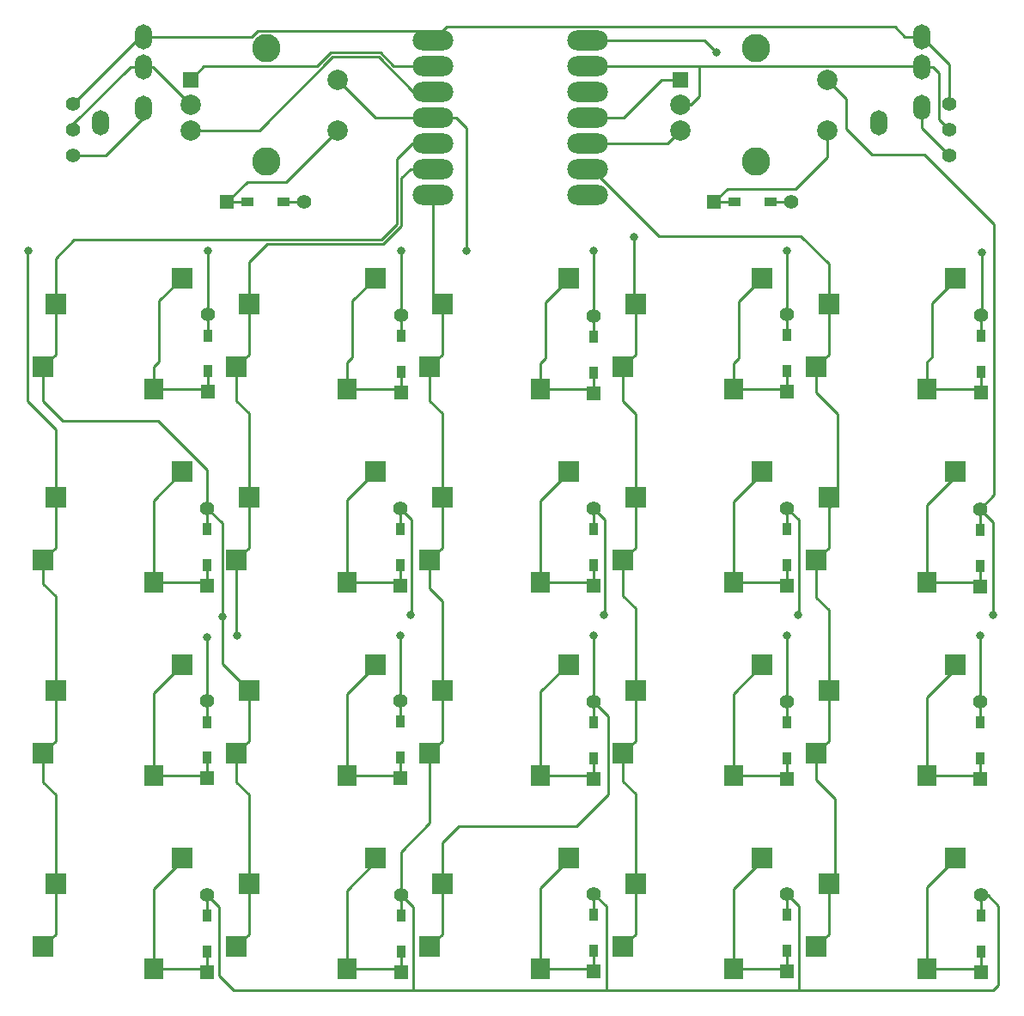
<source format=gbr>
G04 #@! TF.GenerationSoftware,KiCad,Pcbnew,(5.1.6-0-10_14)*
G04 #@! TF.CreationDate,2022-08-26T17:56:11+09:00*
G04 #@! TF.ProjectId,cool640xiao,636f6f6c-3634-4307-9869-616f2e6b6963,rev?*
G04 #@! TF.SameCoordinates,Original*
G04 #@! TF.FileFunction,Copper,L2,Bot*
G04 #@! TF.FilePolarity,Positive*
%FSLAX46Y46*%
G04 Gerber Fmt 4.6, Leading zero omitted, Abs format (unit mm)*
G04 Created by KiCad (PCBNEW (5.1.6-0-10_14)) date 2022-08-26 17:56:11*
%MOMM*%
%LPD*%
G01*
G04 APERTURE LIST*
G04 #@! TA.AperFunction,ComponentPad*
%ADD10O,1.700000X2.500000*%
G04 #@! TD*
G04 #@! TA.AperFunction,SMDPad,CuDef*
%ADD11R,2.000000X2.000000*%
G04 #@! TD*
G04 #@! TA.AperFunction,SMDPad,CuDef*
%ADD12R,1.900000X2.000000*%
G04 #@! TD*
G04 #@! TA.AperFunction,ComponentPad*
%ADD13C,1.397000*%
G04 #@! TD*
G04 #@! TA.AperFunction,ComponentPad*
%ADD14R,1.397000X1.397000*%
G04 #@! TD*
G04 #@! TA.AperFunction,SMDPad,CuDef*
%ADD15R,0.950000X1.300000*%
G04 #@! TD*
G04 #@! TA.AperFunction,ComponentPad*
%ADD16R,1.500000X1.500000*%
G04 #@! TD*
G04 #@! TA.AperFunction,ComponentPad*
%ADD17C,2.000000*%
G04 #@! TD*
G04 #@! TA.AperFunction,ComponentPad*
%ADD18C,2.800000*%
G04 #@! TD*
G04 #@! TA.AperFunction,ComponentPad*
%ADD19O,4.000000X2.000000*%
G04 #@! TD*
G04 #@! TA.AperFunction,SMDPad,CuDef*
%ADD20R,1.300000X0.950000*%
G04 #@! TD*
G04 #@! TA.AperFunction,ViaPad*
%ADD21C,0.800000*%
G04 #@! TD*
G04 #@! TA.AperFunction,Conductor*
%ADD22C,0.250000*%
G04 #@! TD*
G04 APERTURE END LIST*
D10*
X-2460000Y20350000D03*
X1740000Y21850000D03*
X1740000Y25850000D03*
X1740000Y28850000D03*
D11*
X49050000Y-22750000D03*
D12*
X59950000Y-24950000D03*
D11*
X50250000Y-16510000D03*
X62750000Y-13970000D03*
X30000000Y-22750000D03*
D12*
X40900000Y-24950000D03*
D11*
X31200000Y-16510000D03*
X43700000Y-13970000D03*
X10950000Y-22750000D03*
D12*
X21850000Y-24950000D03*
D11*
X12150000Y-16510000D03*
X24650000Y-13970000D03*
D13*
X84290000Y-55780000D03*
D14*
X84290000Y-63400000D03*
D15*
X84290000Y-61365000D03*
X84290000Y-57815000D03*
D11*
X30000000Y-41800000D03*
D12*
X40900000Y-44000000D03*
D11*
X31200000Y-35560000D03*
X43700000Y-33020000D03*
X10950000Y-41800000D03*
D12*
X21850000Y-44000000D03*
D11*
X12150000Y-35560000D03*
X24650000Y-33020000D03*
X49050000Y-41800000D03*
D12*
X59950000Y-44000000D03*
D11*
X50250000Y-35560000D03*
X62750000Y-33020000D03*
D13*
X27160000Y1410000D03*
D14*
X27160000Y-6210000D03*
D15*
X27160000Y-4175000D03*
X27160000Y-625000D03*
D13*
X8110000Y1450000D03*
D14*
X8110000Y-6170000D03*
D15*
X8110000Y-4135000D03*
X8110000Y-585000D03*
D13*
X65230000Y1480000D03*
D14*
X65230000Y-6140000D03*
D15*
X65230000Y-4105000D03*
X65230000Y-555000D03*
D13*
X46120000Y1360000D03*
D14*
X46120000Y-6260000D03*
D15*
X46120000Y-4225000D03*
X46120000Y-675000D03*
D13*
X84300000Y1420000D03*
D14*
X84300000Y-6200000D03*
D15*
X84300000Y-4165000D03*
X84300000Y-615000D03*
D13*
X84200000Y-17690000D03*
D14*
X84200000Y-25310000D03*
D15*
X84200000Y-23275000D03*
X84200000Y-19725000D03*
D13*
X65220000Y-17610000D03*
D14*
X65220000Y-25230000D03*
D15*
X65220000Y-23195000D03*
X65220000Y-19645000D03*
D13*
X46140000Y-17660000D03*
D14*
X46140000Y-25280000D03*
D15*
X46140000Y-23245000D03*
X46140000Y-19695000D03*
D13*
X27090000Y-17620000D03*
D14*
X27090000Y-25240000D03*
D15*
X27090000Y-23205000D03*
X27090000Y-19655000D03*
D13*
X8070000Y-17620000D03*
D14*
X8070000Y-25240000D03*
D15*
X8070000Y-23205000D03*
X8070000Y-19655000D03*
D11*
X49050000Y-3700000D03*
D12*
X59950000Y-5900000D03*
D11*
X50250000Y2540000D03*
X62750000Y5080000D03*
X30000000Y-3700000D03*
D12*
X40900000Y-5900000D03*
D11*
X31200000Y2540000D03*
X43700000Y5080000D03*
X10950000Y-3700000D03*
D12*
X21850000Y-5900000D03*
D11*
X12150000Y2540000D03*
X24650000Y5080000D03*
D13*
X65210000Y-55680000D03*
D14*
X65210000Y-63300000D03*
D15*
X65210000Y-61265000D03*
X65210000Y-57715000D03*
D13*
X46160000Y-55650000D03*
D14*
X46160000Y-63270000D03*
D15*
X46160000Y-61235000D03*
X46160000Y-57685000D03*
D13*
X27150000Y-55720000D03*
D14*
X27150000Y-63340000D03*
D15*
X27150000Y-61305000D03*
X27150000Y-57755000D03*
D13*
X8050000Y-55740000D03*
D14*
X8050000Y-63360000D03*
D15*
X8050000Y-61325000D03*
X8050000Y-57775000D03*
D13*
X84220000Y-36690000D03*
D14*
X84220000Y-44310000D03*
D15*
X84220000Y-42275000D03*
X84220000Y-38725000D03*
D13*
X65170000Y-36710000D03*
D14*
X65170000Y-44330000D03*
D15*
X65170000Y-42295000D03*
X65170000Y-38745000D03*
D13*
X46150000Y-36700000D03*
D14*
X46150000Y-44320000D03*
D15*
X46150000Y-42285000D03*
X46150000Y-38735000D03*
D13*
X27060000Y-36640000D03*
D14*
X27060000Y-44260000D03*
D15*
X27060000Y-42225000D03*
X27060000Y-38675000D03*
D13*
X8030000Y-36650000D03*
D14*
X8030000Y-44270000D03*
D15*
X8030000Y-42235000D03*
X8030000Y-38685000D03*
D10*
X78490000Y28860000D03*
X78490000Y25860000D03*
X78490000Y21860000D03*
X74290000Y20360000D03*
D11*
X68100000Y-22750000D03*
D12*
X79000000Y-24950000D03*
D11*
X69300000Y-16510000D03*
X81800000Y-13970000D03*
X-8100000Y-41800000D03*
D12*
X2800000Y-44000000D03*
D11*
X-6900000Y-35560000D03*
X5600000Y-33020000D03*
X10950000Y-60850000D03*
D12*
X21850000Y-63050000D03*
D11*
X12150000Y-54610000D03*
X24650000Y-52070000D03*
X68100000Y-60850000D03*
D12*
X79000000Y-63050000D03*
D11*
X69300000Y-54610000D03*
X81800000Y-52070000D03*
X49050000Y-60850000D03*
D12*
X59950000Y-63050000D03*
D11*
X50250000Y-54610000D03*
X62750000Y-52070000D03*
X-8100000Y-60850000D03*
D12*
X2800000Y-63050000D03*
D11*
X-6900000Y-54610000D03*
X5600000Y-52070000D03*
X68100000Y-41800000D03*
D12*
X79000000Y-44000000D03*
D11*
X69300000Y-35560000D03*
X81800000Y-33020000D03*
X68100000Y-3700000D03*
D12*
X79000000Y-5900000D03*
D11*
X69300000Y2540000D03*
X81800000Y5080000D03*
X-8100000Y-3700000D03*
D12*
X2800000Y-5900000D03*
D11*
X-6900000Y2540000D03*
X5600000Y5080000D03*
X-8100000Y-22750000D03*
D12*
X2800000Y-24950000D03*
D11*
X-6900000Y-16510000D03*
X5600000Y-13970000D03*
X30000000Y-60850000D03*
D12*
X40900000Y-63050000D03*
D11*
X31200000Y-54610000D03*
X43700000Y-52070000D03*
D16*
X6400000Y24640000D03*
D17*
X6400000Y22140000D03*
X6400000Y19640000D03*
D18*
X13900000Y27740000D03*
X13900000Y16540000D03*
D17*
X20900000Y24640000D03*
X20900000Y19640000D03*
X69150000Y19640000D03*
X69150000Y24640000D03*
D18*
X62150000Y16540000D03*
X62150000Y27740000D03*
D17*
X54650000Y19640000D03*
X54650000Y22140000D03*
D16*
X54650000Y24640000D03*
D19*
X45580000Y23450000D03*
X45580000Y20910000D03*
X45580000Y18370000D03*
X45580000Y15830000D03*
X45580000Y13290000D03*
X30340000Y13290000D03*
X30340000Y15830000D03*
X30340000Y18370000D03*
X30340000Y20910000D03*
X30340000Y23450000D03*
X45580000Y25990000D03*
X30340000Y25990000D03*
X45580000Y28530000D03*
X30340000Y28530000D03*
D20*
X15565000Y12550000D03*
X12015000Y12550000D03*
D14*
X9980000Y12550000D03*
D13*
X17600000Y12550000D03*
X65650000Y12560000D03*
D14*
X58030000Y12560000D03*
D20*
X60065000Y12560000D03*
X63615000Y12560000D03*
D13*
X-5130000Y22260000D03*
X-5130000Y19720000D03*
X-5130000Y17180000D03*
X81200000Y17180000D03*
X81200000Y19720000D03*
X81200000Y22260000D03*
D21*
X8100000Y7730000D03*
X84370000Y7550000D03*
X65170000Y7730000D03*
X46110000Y7730000D03*
X27140000Y7730000D03*
X33610000Y7730000D03*
X-9560000Y7730000D03*
X85520000Y-28100000D03*
X9530000Y-28320000D03*
X28100000Y-28100000D03*
X47180000Y-28100000D03*
X66310000Y-28100000D03*
X84280000Y-30200000D03*
X8060000Y-30360000D03*
X27060000Y-30200000D03*
X46130000Y-30200000D03*
X65220000Y-30200000D03*
X10990000Y-30200000D03*
X58270000Y27330000D03*
X50090000Y9140000D03*
D22*
X7840000Y-5900000D02*
X8110000Y-6170000D01*
X2800000Y-5900000D02*
X7840000Y-5900000D01*
X8110000Y-6170000D02*
X8110000Y-4135000D01*
X5600000Y5080000D02*
X3324999Y2804999D01*
X2800000Y-3649998D02*
X3324999Y-3124999D01*
X2800000Y-5900000D02*
X2800000Y-3649998D01*
X3324999Y2804999D02*
X3324999Y-3124999D01*
X26850000Y-5900000D02*
X27160000Y-6210000D01*
X21850000Y-5900000D02*
X26850000Y-5900000D01*
X27160000Y-6210000D02*
X27160000Y-4175000D01*
X22374999Y2804999D02*
X22374999Y-2745001D01*
X24650000Y5080000D02*
X22374999Y2804999D01*
X21850000Y-3270000D02*
X21850000Y-5900000D01*
X22374999Y-2745001D02*
X21850000Y-3270000D01*
X45760000Y-5900000D02*
X46120000Y-6260000D01*
X40900000Y-5900000D02*
X45760000Y-5900000D01*
X46120000Y-6260000D02*
X46120000Y-4225000D01*
X43700000Y5080000D02*
X43700000Y4940000D01*
X41424999Y2664999D02*
X41424999Y-2795001D01*
X43700000Y4940000D02*
X41424999Y2664999D01*
X40900000Y-3320000D02*
X40900000Y-5900000D01*
X41424999Y-2795001D02*
X40900000Y-3320000D01*
X64990000Y-5900000D02*
X65230000Y-6140000D01*
X59950000Y-5900000D02*
X64990000Y-5900000D01*
X65230000Y-6140000D02*
X65230000Y-4105000D01*
X62750000Y5080000D02*
X62750000Y5040000D01*
X60474999Y2764999D02*
X60474999Y-2825001D01*
X62750000Y5040000D02*
X60474999Y2764999D01*
X59950000Y-3350000D02*
X59950000Y-5900000D01*
X60474999Y-2825001D02*
X59950000Y-3350000D01*
X84000000Y-5900000D02*
X84300000Y-6200000D01*
X79000000Y-5900000D02*
X84000000Y-5900000D01*
X84300000Y-6200000D02*
X84300000Y-4165000D01*
X81800000Y5080000D02*
X81800000Y4870000D01*
X79524999Y2594999D02*
X79524999Y-2694999D01*
X81800000Y4870000D02*
X79524999Y2594999D01*
X79000000Y-3219998D02*
X79000000Y-5900000D01*
X79524999Y-2694999D02*
X79000000Y-3219998D01*
X7780000Y-24950000D02*
X8070000Y-25240000D01*
X2800000Y-24950000D02*
X7780000Y-24950000D01*
X8070000Y-23205000D02*
X8070000Y-25240000D01*
X5600000Y-13970000D02*
X5600000Y-14040000D01*
X2800000Y-16840000D02*
X2800000Y-24950000D01*
X5600000Y-14040000D02*
X2800000Y-16840000D01*
X26800000Y-24950000D02*
X27090000Y-25240000D01*
X21850000Y-24950000D02*
X26800000Y-24950000D01*
X27090000Y-25240000D02*
X27090000Y-23205000D01*
X21850000Y-16770000D02*
X21850000Y-24950000D01*
X24650000Y-13970000D02*
X21850000Y-16770000D01*
X45810000Y-24950000D02*
X46140000Y-25280000D01*
X40900000Y-24950000D02*
X45810000Y-24950000D01*
X46140000Y-25280000D02*
X46140000Y-23245000D01*
X43700000Y-13970000D02*
X43700000Y-14120000D01*
X40900000Y-16920000D02*
X40900000Y-24950000D01*
X43700000Y-14120000D02*
X40900000Y-16920000D01*
X64940000Y-24950000D02*
X65220000Y-25230000D01*
X59950000Y-24950000D02*
X64940000Y-24950000D01*
X65220000Y-25230000D02*
X65220000Y-23195000D01*
X62750000Y-13970000D02*
X62750000Y-14200000D01*
X59950000Y-17000000D02*
X59950000Y-24950000D01*
X62750000Y-14200000D02*
X59950000Y-17000000D01*
X83840000Y-24950000D02*
X84200000Y-25310000D01*
X79000000Y-24950000D02*
X83840000Y-24950000D01*
X84200000Y-25310000D02*
X84200000Y-23275000D01*
X81800000Y-13970000D02*
X81800000Y-14540000D01*
X79000000Y-17340000D02*
X79000000Y-24950000D01*
X81800000Y-14540000D02*
X79000000Y-17340000D01*
X7760000Y-44000000D02*
X8030000Y-44270000D01*
X2800000Y-44000000D02*
X7760000Y-44000000D01*
X8030000Y-44270000D02*
X8030000Y-42235000D01*
X5600000Y-33020000D02*
X5600000Y-33030000D01*
X2800000Y-35830000D02*
X2800000Y-44000000D01*
X5600000Y-33030000D02*
X2800000Y-35830000D01*
X26800000Y-44000000D02*
X27060000Y-44260000D01*
X21850000Y-44000000D02*
X26800000Y-44000000D01*
X27060000Y-44260000D02*
X27060000Y-42225000D01*
X24650000Y-33020000D02*
X24650000Y-33100000D01*
X21850000Y-35900000D02*
X21850000Y-44000000D01*
X24650000Y-33100000D02*
X21850000Y-35900000D01*
X45830000Y-44000000D02*
X46150000Y-44320000D01*
X40900000Y-44000000D02*
X45830000Y-44000000D01*
X46150000Y-44320000D02*
X46150000Y-42285000D01*
X43700000Y-33020000D02*
X43590000Y-33020000D01*
X40900000Y-35710000D02*
X40900000Y-44000000D01*
X43590000Y-33020000D02*
X40900000Y-35710000D01*
X64840000Y-44000000D02*
X65170000Y-44330000D01*
X59950000Y-44000000D02*
X64840000Y-44000000D01*
X65170000Y-44330000D02*
X65170000Y-42295000D01*
X62750000Y-33020000D02*
X62750000Y-33090000D01*
X59950000Y-35890000D02*
X59950000Y-44000000D01*
X62750000Y-33090000D02*
X59950000Y-35890000D01*
X83910000Y-44000000D02*
X84220000Y-44310000D01*
X79000000Y-44000000D02*
X83910000Y-44000000D01*
X84220000Y-44310000D02*
X84220000Y-42275000D01*
X81800000Y-33020000D02*
X81800000Y-33490000D01*
X79000000Y-36290000D02*
X79000000Y-44000000D01*
X81800000Y-33490000D02*
X79000000Y-36290000D01*
X7740000Y-63050000D02*
X8050000Y-63360000D01*
X2800000Y-63050000D02*
X7740000Y-63050000D01*
X8050000Y-63360000D02*
X8050000Y-61325000D01*
X5600000Y-52070000D02*
X5600000Y-52380000D01*
X2800000Y-55180000D02*
X2800000Y-63050000D01*
X5600000Y-52380000D02*
X2800000Y-55180000D01*
X26860000Y-63050000D02*
X27150000Y-63340000D01*
X21850000Y-63050000D02*
X26860000Y-63050000D01*
X27150000Y-63340000D02*
X27150000Y-61305000D01*
X24650000Y-52070000D02*
X24650000Y-52480000D01*
X21850000Y-55280000D02*
X21850000Y-63050000D01*
X24650000Y-52480000D02*
X21850000Y-55280000D01*
X45940000Y-63050000D02*
X46160000Y-63270000D01*
X40900000Y-63050000D02*
X45940000Y-63050000D01*
X46160000Y-63270000D02*
X46160000Y-61235000D01*
X43700000Y-52070000D02*
X43700000Y-52280000D01*
X40900000Y-55080000D02*
X40900000Y-63050000D01*
X43700000Y-52280000D02*
X40900000Y-55080000D01*
X64960000Y-63050000D02*
X65210000Y-63300000D01*
X59950000Y-63050000D02*
X64960000Y-63050000D01*
X65210000Y-63300000D02*
X65210000Y-61265000D01*
X62750000Y-52070000D02*
X62750000Y-52340000D01*
X59950000Y-55140000D02*
X59950000Y-63050000D01*
X62750000Y-52340000D02*
X59950000Y-55140000D01*
X83940000Y-63050000D02*
X84290000Y-63400000D01*
X79000000Y-63050000D02*
X83940000Y-63050000D01*
X84290000Y-63400000D02*
X84290000Y-61365000D01*
X81800000Y-52070000D02*
X81800000Y-52200000D01*
X79000000Y-55000000D02*
X79000000Y-63050000D01*
X81800000Y-52200000D02*
X79000000Y-55000000D01*
X-6900000Y-21550000D02*
X-8100000Y-22750000D01*
X-6900000Y-16510000D02*
X-6900000Y-21550000D01*
X-6900000Y-40600000D02*
X-8100000Y-41800000D01*
X-6900000Y-35560000D02*
X-6900000Y-40600000D01*
X-6900000Y-59650000D02*
X-8100000Y-60850000D01*
X-6900000Y-54610000D02*
X-6900000Y-59650000D01*
X-8100000Y-41800000D02*
X-8100000Y-44630000D01*
X-6900000Y-45830000D02*
X-6900000Y-54610000D01*
X-8100000Y-44630000D02*
X-6900000Y-45830000D01*
X8110000Y-585000D02*
X8110000Y1450000D01*
X27160000Y-625000D02*
X27160000Y1410000D01*
X46120000Y-675000D02*
X46120000Y1360000D01*
X65230000Y-555000D02*
X65230000Y1480000D01*
X84300000Y-615000D02*
X84300000Y1420000D01*
X8110000Y7720000D02*
X8100000Y7730000D01*
X8110000Y1450000D02*
X8110000Y7720000D01*
X84370000Y1490000D02*
X84300000Y1420000D01*
X84370000Y7550000D02*
X84370000Y1490000D01*
X65230000Y7670000D02*
X65170000Y7730000D01*
X65230000Y1480000D02*
X65230000Y7670000D01*
X46120000Y7720000D02*
X46110000Y7730000D01*
X46120000Y1360000D02*
X46120000Y7720000D01*
X27160000Y7710000D02*
X27140000Y7730000D01*
X27160000Y1410000D02*
X27160000Y7710000D01*
X-8100000Y-22750000D02*
X-8100000Y-25110000D01*
X-6900000Y-26310000D02*
X-6900000Y-35560000D01*
X-8100000Y-25110000D02*
X-6900000Y-26310000D01*
X24630000Y20910000D02*
X20900000Y24640000D01*
X30340000Y20910000D02*
X24630000Y20910000D01*
X33610000Y19890000D02*
X33610000Y7730000D01*
X30340000Y20910000D02*
X32590000Y20910000D01*
X32590000Y20910000D02*
X33610000Y19890000D01*
X-6900000Y-16510000D02*
X-6900000Y-9870000D01*
X-6900000Y-9870000D02*
X-9680000Y-7090000D01*
X-9680000Y7610000D02*
X-9560000Y7730000D01*
X-9680000Y-7090000D02*
X-9680000Y7610000D01*
X-6900000Y-2500000D02*
X-8100000Y-3700000D01*
X-6900000Y2540000D02*
X-6900000Y-2500000D01*
X12150000Y-40600000D02*
X10950000Y-41800000D01*
X12150000Y-35560000D02*
X12150000Y-40600000D01*
X12150000Y-59650000D02*
X10950000Y-60850000D01*
X12150000Y-54610000D02*
X12150000Y-59650000D01*
X-8100000Y-3700000D02*
X-8100000Y-3830000D01*
X10950000Y-41800000D02*
X10950000Y-44630000D01*
X12150000Y-45830000D02*
X12150000Y-54610000D01*
X10950000Y-44630000D02*
X12150000Y-45830000D01*
X84200000Y-19725000D02*
X84200000Y-17690000D01*
X65220000Y-19645000D02*
X65220000Y-17610000D01*
X46140000Y-19695000D02*
X46140000Y-17660000D01*
X27090000Y-19655000D02*
X27090000Y-17620000D01*
X8070000Y-19655000D02*
X8070000Y-17620000D01*
X84200000Y-17690000D02*
X85470000Y-18960000D01*
X85470000Y-28050000D02*
X85520000Y-28100000D01*
X85470000Y-18960000D02*
X85470000Y-28050000D01*
X9530000Y-19080000D02*
X8070000Y-17620000D01*
X9530000Y-28320000D02*
X9530000Y-19080000D01*
X27090000Y-17620000D02*
X28180000Y-18710000D01*
X28180000Y-18710000D02*
X28180000Y-28020000D01*
X28180000Y-28020000D02*
X28100000Y-28100000D01*
X46140000Y-17660000D02*
X47210000Y-18730000D01*
X47210000Y-28070000D02*
X47180000Y-28100000D01*
X47210000Y-18730000D02*
X47210000Y-28070000D01*
X65220000Y-17610000D02*
X66350000Y-18740000D01*
X66350000Y-18740000D02*
X66350000Y-28060000D01*
X66350000Y-28060000D02*
X66310000Y-28100000D01*
X9530000Y-32940000D02*
X12150000Y-35560000D01*
X9530000Y-28320000D02*
X9530000Y-32940000D01*
X-8100000Y-7070000D02*
X-8100000Y-3700000D01*
X-6190000Y-8980000D02*
X-8100000Y-7070000D01*
X3195002Y-8980000D02*
X-6190000Y-8980000D01*
X8070000Y-13854998D02*
X3195002Y-8980000D01*
X8070000Y-17620000D02*
X8070000Y-13854998D01*
X30340000Y18370000D02*
X28290000Y18370000D01*
X28290000Y18370000D02*
X26719990Y16799990D01*
X26719990Y16799990D02*
X26719990Y10376400D01*
X26719990Y10376400D02*
X25213600Y8870010D01*
X13753600Y8870010D02*
X13703590Y8820000D01*
X25213600Y8870010D02*
X13753600Y8870010D01*
X13703590Y8820000D02*
X-5110000Y8820000D01*
X-6900000Y7030000D02*
X-6900000Y2540000D01*
X-5110000Y8820000D02*
X-6900000Y7030000D01*
X84200000Y-17690000D02*
X85580000Y-16310000D01*
X85580000Y-16310000D02*
X85580000Y10420000D01*
X85580000Y10420000D02*
X78750000Y17250000D01*
X78750000Y17250000D02*
X73610000Y17250000D01*
X73610000Y17250000D02*
X71040000Y19820000D01*
X71040000Y22750000D02*
X69150000Y24640000D01*
X71040000Y19820000D02*
X71040000Y22750000D01*
X12150000Y-2500000D02*
X10950000Y-3700000D01*
X12150000Y2540000D02*
X12150000Y-2500000D01*
X12150000Y-21550000D02*
X10950000Y-22750000D01*
X12150000Y-16510000D02*
X12150000Y-21550000D01*
X31200000Y-59650000D02*
X30000000Y-60850000D01*
X31200000Y-54610000D02*
X31200000Y-59650000D01*
X10950000Y-3700000D02*
X10950000Y-7080000D01*
X12150000Y-8280000D02*
X12150000Y-16510000D01*
X10950000Y-7080000D02*
X12150000Y-8280000D01*
X8030000Y-38685000D02*
X8030000Y-36650000D01*
X27060000Y-38675000D02*
X27060000Y-36640000D01*
X46150000Y-38735000D02*
X46150000Y-36700000D01*
X65170000Y-38745000D02*
X65170000Y-36710000D01*
X84220000Y-38725000D02*
X84220000Y-36690000D01*
X84220000Y-30260000D02*
X84280000Y-30200000D01*
X84220000Y-36690000D02*
X84220000Y-30260000D01*
X8060000Y-36620000D02*
X8030000Y-36650000D01*
X8060000Y-30360000D02*
X8060000Y-36620000D01*
X27060000Y-36640000D02*
X27060000Y-30200000D01*
X46150000Y-30220000D02*
X46130000Y-30200000D01*
X46150000Y-36700000D02*
X46150000Y-30220000D01*
X65170000Y-30250000D02*
X65220000Y-30200000D01*
X65170000Y-36710000D02*
X65170000Y-30250000D01*
X46150000Y-36700000D02*
X47610000Y-38160000D01*
X47610000Y-38160000D02*
X47610000Y-45830000D01*
X47610000Y-45830000D02*
X47580000Y-45830000D01*
X47580000Y-45830000D02*
X44460000Y-48950000D01*
X44460000Y-48950000D02*
X32870000Y-48950000D01*
X31200000Y-50620000D02*
X31200000Y-54610000D01*
X32870000Y-48950000D02*
X31200000Y-50620000D01*
X10950000Y-22750000D02*
X10950000Y-30160000D01*
X10950000Y-30160000D02*
X10990000Y-30200000D01*
X30340000Y15830000D02*
X28080000Y15830000D01*
X28080000Y15830000D02*
X27170000Y14920000D01*
X27170000Y14920000D02*
X27170000Y10190000D01*
X27170000Y10190000D02*
X25400000Y8420000D01*
X25400000Y8420000D02*
X13940000Y8420000D01*
X12150000Y6630000D02*
X12150000Y2540000D01*
X13940000Y8420000D02*
X12150000Y6630000D01*
X31200000Y-40600000D02*
X30000000Y-41800000D01*
X31200000Y-35560000D02*
X31200000Y-40600000D01*
X31200000Y-21550000D02*
X30000000Y-22750000D01*
X31200000Y-16510000D02*
X31200000Y-21550000D01*
X31200000Y-2500000D02*
X30000000Y-3700000D01*
X31200000Y2540000D02*
X31200000Y-2500000D01*
X30000000Y-3700000D02*
X30000000Y-7080000D01*
X31200000Y-8280000D02*
X31200000Y-16510000D01*
X30000000Y-7080000D02*
X31200000Y-8280000D01*
X30000000Y-22750000D02*
X30000000Y-25550000D01*
X31200000Y-26750000D02*
X31200000Y-35560000D01*
X30000000Y-25550000D02*
X31200000Y-26750000D01*
X84290000Y-57815000D02*
X84290000Y-55780000D01*
X65210000Y-57715000D02*
X65210000Y-55680000D01*
X46160000Y-57685000D02*
X46160000Y-55650000D01*
X27150000Y-57755000D02*
X27150000Y-55720000D01*
X8050000Y-57775000D02*
X8050000Y-55740000D01*
X27150000Y-55720000D02*
X27150000Y-51480000D01*
X30000000Y-48630000D02*
X30000000Y-41800000D01*
X27150000Y-51480000D02*
X30000000Y-48630000D01*
X9240000Y-56930000D02*
X8050000Y-55740000D01*
X9240000Y-63710000D02*
X9240000Y-56930000D01*
X10700000Y-65170000D02*
X9240000Y-63710000D01*
X86050000Y-56840000D02*
X86050000Y-64592206D01*
X86050000Y-64592206D02*
X85502206Y-65140000D01*
X84990000Y-55780000D02*
X86050000Y-56840000D01*
X32080000Y-65140000D02*
X32050000Y-65170000D01*
X84290000Y-55780000D02*
X84990000Y-55780000D01*
X27150000Y-55720000D02*
X28360000Y-56930000D01*
X28360000Y-65160000D02*
X28370000Y-65170000D01*
X28360000Y-56930000D02*
X28360000Y-65160000D01*
X28370000Y-65170000D02*
X10700000Y-65170000D01*
X32050000Y-65170000D02*
X28370000Y-65170000D01*
X46160000Y-55650000D02*
X47370000Y-56860000D01*
X47430000Y-65140000D02*
X32080000Y-65140000D01*
X47370000Y-65080000D02*
X47430000Y-65140000D01*
X47370000Y-56860000D02*
X47370000Y-65080000D01*
X65210000Y-55680000D02*
X66410000Y-56880000D01*
X66410000Y-56880000D02*
X66410000Y-65120000D01*
X66410000Y-65120000D02*
X66430000Y-65140000D01*
X66430000Y-65140000D02*
X47430000Y-65140000D01*
X85502206Y-65140000D02*
X66430000Y-65140000D01*
X30340000Y3400000D02*
X31200000Y2540000D01*
X30340000Y13290000D02*
X30340000Y3400000D01*
X78360000Y25990000D02*
X78490000Y25860000D01*
X80176499Y20743501D02*
X81200000Y19720000D01*
X79590000Y25860000D02*
X80176499Y25273501D01*
X80176499Y25273501D02*
X80176499Y20743501D01*
X78490000Y25860000D02*
X79590000Y25860000D01*
X56560000Y25990000D02*
X56560000Y23030000D01*
X45580000Y25990000D02*
X56560000Y25990000D01*
X56560000Y25990000D02*
X78360000Y25990000D01*
X55670000Y22140000D02*
X54650000Y22140000D01*
X56560000Y23030000D02*
X55670000Y22140000D01*
X-5130000Y20249002D02*
X470998Y25850000D01*
X470998Y25850000D02*
X1740000Y25850000D01*
X-5130000Y19720000D02*
X-5130000Y20249002D01*
X2690000Y25850000D02*
X6400000Y22140000D01*
X1740000Y25850000D02*
X2690000Y25850000D01*
X81200000Y26150000D02*
X81200000Y22260000D01*
X78490000Y28860000D02*
X81200000Y26150000D01*
X1460000Y28850000D02*
X1740000Y28850000D01*
X-5130000Y22260000D02*
X1460000Y28850000D01*
X13071999Y29465001D02*
X29404999Y29465001D01*
X12456998Y28850000D02*
X13071999Y29465001D01*
X29404999Y29465001D02*
X30340000Y28530000D01*
X1740000Y28850000D02*
X12456998Y28850000D01*
X76820998Y28860000D02*
X78490000Y28860000D01*
X31665010Y29855010D02*
X75825988Y29855010D01*
X75825988Y29855010D02*
X76820998Y28860000D01*
X30340000Y28530000D02*
X31665010Y29855010D01*
X78490000Y19890000D02*
X81200000Y17180000D01*
X78490000Y21860000D02*
X78490000Y19890000D01*
X-5130000Y17180000D02*
X-1940000Y17180000D01*
X1740000Y20860000D02*
X1740000Y21850000D01*
X-1940000Y17180000D02*
X1740000Y20860000D01*
X57070000Y28530000D02*
X58270000Y27330000D01*
X45580000Y28530000D02*
X57070000Y28530000D01*
X50250000Y-59650000D02*
X49050000Y-60850000D01*
X50250000Y-54610000D02*
X50250000Y-59650000D01*
X50250000Y-40600000D02*
X49050000Y-41800000D01*
X50250000Y-35560000D02*
X50250000Y-40600000D01*
X50250000Y-21550000D02*
X49050000Y-22750000D01*
X50250000Y-16510000D02*
X50250000Y-21550000D01*
X50250000Y-2500000D02*
X49050000Y-3700000D01*
X50250000Y2540000D02*
X50250000Y-2500000D01*
X49050000Y-22750000D02*
X49050000Y-26290000D01*
X50250000Y-27490000D02*
X50250000Y-35560000D01*
X49050000Y-26290000D02*
X50250000Y-27490000D01*
X49050000Y-3700000D02*
X49050000Y-7100000D01*
X50250000Y-8300000D02*
X50250000Y-16510000D01*
X49050000Y-7100000D02*
X50250000Y-8300000D01*
X49050000Y-41800000D02*
X49050000Y-44570000D01*
X50250000Y-45770000D02*
X50250000Y-54610000D01*
X49050000Y-44570000D02*
X50250000Y-45770000D01*
X15565000Y12550000D02*
X17600000Y12550000D01*
X65650000Y12560000D02*
X63615000Y12560000D01*
X50090000Y2700000D02*
X50250000Y2540000D01*
X50090000Y9140000D02*
X50090000Y2700000D01*
X69300000Y-2500000D02*
X68100000Y-3700000D01*
X69300000Y2540000D02*
X69300000Y-2500000D01*
X69300000Y-21550000D02*
X68100000Y-22750000D01*
X69300000Y-40600000D02*
X68100000Y-41800000D01*
X69300000Y-35560000D02*
X69300000Y-40600000D01*
X69300000Y-59650000D02*
X68100000Y-60850000D01*
X69300000Y-54610000D02*
X69300000Y-59650000D01*
X68100000Y-41800000D02*
X68100000Y-44430000D01*
X68100000Y-44430000D02*
X69920000Y-46250000D01*
X69920000Y-53990000D02*
X69300000Y-54610000D01*
X69920000Y-46250000D02*
X69920000Y-53990000D01*
X68100000Y-22750000D02*
X68100000Y-26430000D01*
X69300000Y-27630000D02*
X69300000Y-35560000D01*
X68100000Y-26430000D02*
X69300000Y-27630000D01*
X70180000Y-16640000D02*
X69300000Y-17520000D01*
X68100000Y-6230000D02*
X70180000Y-8310000D01*
X68100000Y-3700000D02*
X68100000Y-6230000D01*
X69300000Y-17520000D02*
X69300000Y-21550000D01*
X69300000Y-16510000D02*
X69300000Y-17520000D01*
X70180000Y-15630000D02*
X69300000Y-16510000D01*
X70180000Y-14840000D02*
X70180000Y-15630000D01*
X70180000Y-8310000D02*
X70180000Y-14840000D01*
X70180000Y-14840000D02*
X70180000Y-16640000D01*
X45580000Y15830000D02*
X45956410Y15830000D01*
X45956410Y15830000D02*
X52566410Y9220000D01*
X52566410Y9220000D02*
X66550000Y9220000D01*
X69300000Y6470000D02*
X69300000Y2540000D01*
X66550000Y9220000D02*
X69300000Y6470000D01*
X7725001Y25965001D02*
X18895001Y25965001D01*
X6400000Y24640000D02*
X7725001Y25965001D01*
X18895001Y25965001D02*
X20230000Y27300000D01*
X20230000Y27300000D02*
X25140000Y27300000D01*
X26450000Y25990000D02*
X30340000Y25990000D01*
X25140000Y27300000D02*
X26450000Y25990000D01*
X30340000Y23450000D02*
X28353590Y23450000D01*
X28353590Y23450000D02*
X24953600Y26849990D01*
X24953600Y26849990D02*
X20416400Y26849990D01*
X13206410Y19640000D02*
X6400000Y19640000D01*
X20416400Y26849990D02*
X13206410Y19640000D01*
X20900000Y19640000D02*
X15810000Y14550000D01*
X11980000Y14550000D02*
X9980000Y12550000D01*
X15810000Y14550000D02*
X11980000Y14550000D01*
X9980000Y12550000D02*
X12015000Y12550000D01*
X60065000Y12560000D02*
X58030000Y12560000D01*
X69150000Y19640000D02*
X69150000Y16990000D01*
X69150000Y16990000D02*
X66050000Y13890000D01*
X59360000Y13890000D02*
X58030000Y12560000D01*
X66050000Y13890000D02*
X59360000Y13890000D01*
X53380000Y18370000D02*
X54650000Y19640000D01*
X45580000Y18370000D02*
X53380000Y18370000D01*
X45580000Y20910000D02*
X49120000Y20910000D01*
X52850000Y24640000D02*
X54650000Y24640000D01*
X49120000Y20910000D02*
X52850000Y24640000D01*
M02*

</source>
